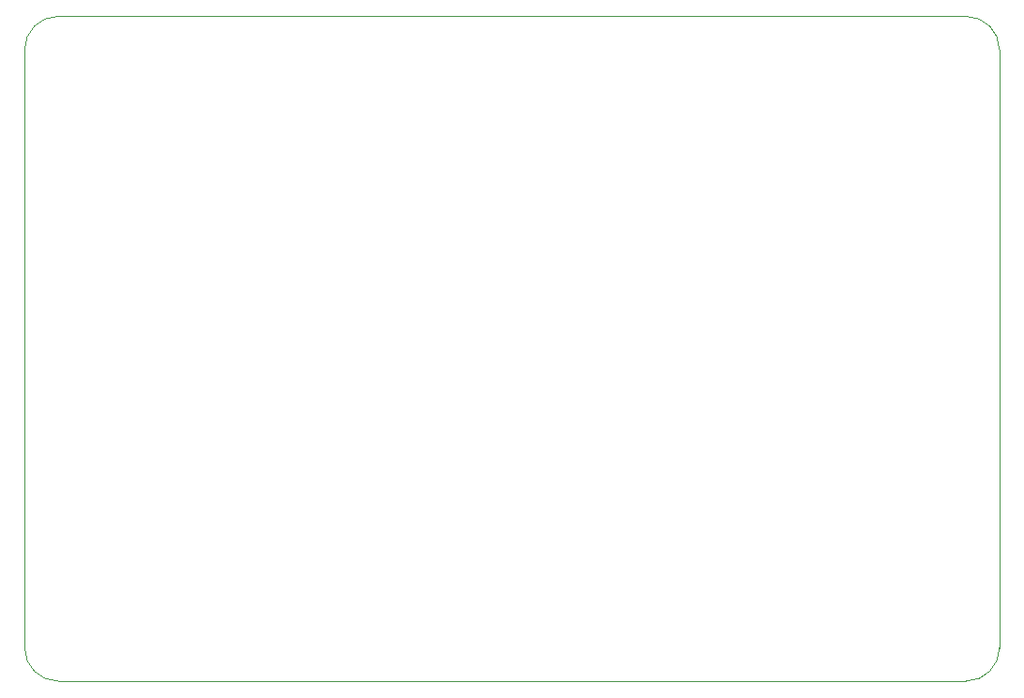
<source format=gbr>
%TF.GenerationSoftware,KiCad,Pcbnew,9.0.2*%
%TF.CreationDate,2025-07-01T17:28:42-07:00*%
%TF.ProjectId,pathfinder,70617468-6669-46e6-9465-722e6b696361,rev?*%
%TF.SameCoordinates,Original*%
%TF.FileFunction,Profile,NP*%
%FSLAX46Y46*%
G04 Gerber Fmt 4.6, Leading zero omitted, Abs format (unit mm)*
G04 Created by KiCad (PCBNEW 9.0.2) date 2025-07-01 17:28:42*
%MOMM*%
%LPD*%
G01*
G04 APERTURE LIST*
%TA.AperFunction,Profile*%
%ADD10C,0.050000*%
%TD*%
G04 APERTURE END LIST*
D10*
X171930000Y-87010000D02*
X171930000Y-141000000D01*
X84000000Y-141000000D02*
X84000000Y-87010000D01*
X168930000Y-144000000D02*
X87000000Y-144000000D01*
X87000000Y-144000000D02*
G75*
G02*
X84000000Y-141000000I0J3000000D01*
G01*
X84000000Y-87010000D02*
G75*
G02*
X87000000Y-84010000I3000000J0D01*
G01*
X87000000Y-84010000D02*
X168930000Y-84010000D01*
X171930000Y-141000000D02*
G75*
G02*
X168930000Y-144000000I-3000000J0D01*
G01*
X168930000Y-84010000D02*
G75*
G02*
X171930000Y-87010000I0J-3000000D01*
G01*
M02*

</source>
